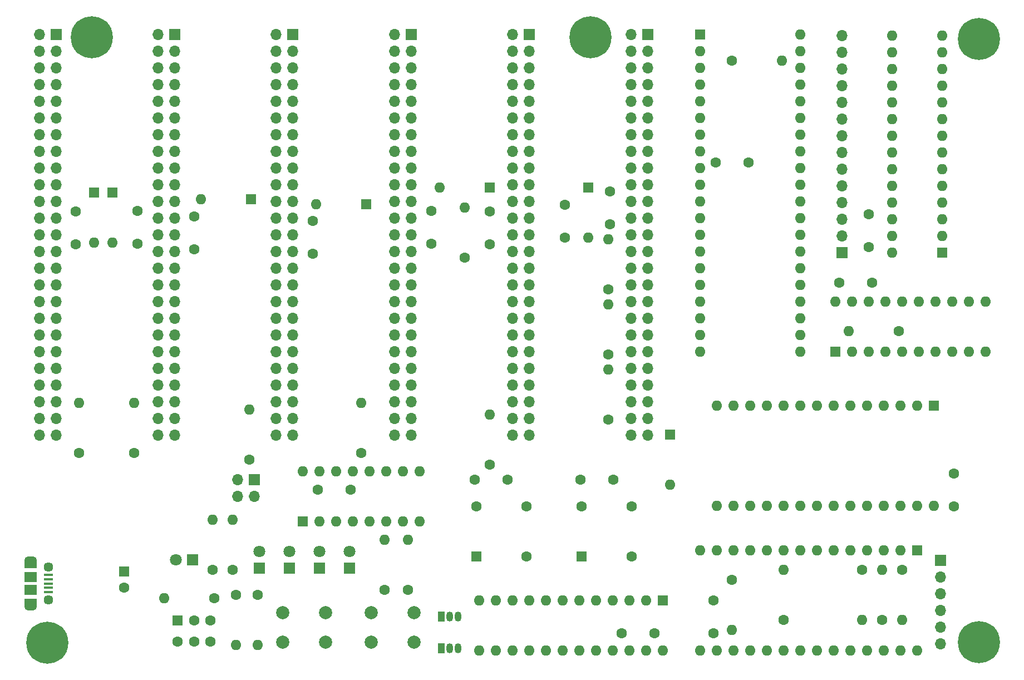
<source format=gbr>
G04 #@! TF.GenerationSoftware,KiCad,Pcbnew,(5.1.10-1-10_14)*
G04 #@! TF.CreationDate,2021-10-31T19:01:14+01:00*
G04 #@! TF.ProjectId,cpu_backplane,6370755f-6261-4636-9b70-6c616e652e6b,rev?*
G04 #@! TF.SameCoordinates,Original*
G04 #@! TF.FileFunction,Soldermask,Top*
G04 #@! TF.FilePolarity,Negative*
%FSLAX46Y46*%
G04 Gerber Fmt 4.6, Leading zero omitted, Abs format (unit mm)*
G04 Created by KiCad (PCBNEW (5.1.10-1-10_14)) date 2021-10-31 19:01:14*
%MOMM*%
%LPD*%
G01*
G04 APERTURE LIST*
%ADD10R,1.050000X1.500000*%
%ADD11O,1.050000X1.500000*%
%ADD12C,1.600000*%
%ADD13O,1.600000X1.600000*%
%ADD14R,1.600000X1.600000*%
%ADD15O,1.700000X1.700000*%
%ADD16R,1.700000X1.700000*%
%ADD17C,1.800000*%
%ADD18R,1.800000X1.800000*%
%ADD19C,6.400000*%
%ADD20R,1.900000X1.200000*%
%ADD21O,1.900000X1.200000*%
%ADD22R,1.900000X1.500000*%
%ADD23C,1.450000*%
%ADD24R,1.350000X0.400000*%
%ADD25C,2.000000*%
G04 APERTURE END LIST*
D10*
G04 #@! TO.C,IC2*
X64008000Y-96774000D03*
D11*
X66548000Y-96774000D03*
X65278000Y-96774000D03*
G04 #@! TD*
D10*
G04 #@! TO.C,IC1*
X64008000Y-91948000D03*
D11*
X66548000Y-91948000D03*
X65278000Y-91948000D03*
G04 #@! TD*
D12*
G04 #@! TO.C,C18*
X141986000Y-70184000D03*
X141986000Y-75184000D03*
G04 #@! TD*
D13*
G04 #@! TO.C,R27*
X115824000Y-7366000D03*
D12*
X108204000Y-7366000D03*
G04 #@! TD*
D13*
G04 #@! TO.C,U8*
X138938000Y-75120500D03*
X105918000Y-59880500D03*
X136398000Y-75120500D03*
X108458000Y-59880500D03*
X133858000Y-75120500D03*
X110998000Y-59880500D03*
X131318000Y-75120500D03*
X113538000Y-59880500D03*
X128778000Y-75120500D03*
X116078000Y-59880500D03*
X126238000Y-75120500D03*
X118618000Y-59880500D03*
X123698000Y-75120500D03*
X121158000Y-59880500D03*
X121158000Y-75120500D03*
X123698000Y-59880500D03*
X118618000Y-75120500D03*
X126238000Y-59880500D03*
X116078000Y-75120500D03*
X128778000Y-59880500D03*
X113538000Y-75120500D03*
X131318000Y-59880500D03*
X110998000Y-75120500D03*
X133858000Y-59880500D03*
X108458000Y-75120500D03*
X136398000Y-59880500D03*
X105918000Y-75120500D03*
D14*
X138938000Y-59880500D03*
G04 #@! TD*
D13*
G04 #@! TO.C,R26*
X128016000Y-92456000D03*
D12*
X128016000Y-84836000D03*
G04 #@! TD*
D13*
G04 #@! TO.C,R25*
X108204000Y-93980000D03*
D12*
X108204000Y-86360000D03*
G04 #@! TD*
D13*
G04 #@! TO.C,R24*
X116078000Y-84836000D03*
D12*
X116078000Y-92456000D03*
G04 #@! TD*
D13*
G04 #@! TO.C,R23*
X131064000Y-84836000D03*
D12*
X131064000Y-92456000D03*
G04 #@! TD*
D13*
G04 #@! TO.C,R22*
X8890000Y-59436000D03*
D12*
X8890000Y-67056000D03*
G04 #@! TD*
D13*
G04 #@! TO.C,R21*
X125984000Y-48514000D03*
D12*
X133604000Y-48514000D03*
G04 #@! TD*
D13*
G04 #@! TO.C,R18*
X29210000Y-77216000D03*
D12*
X29210000Y-84836000D03*
G04 #@! TD*
D13*
G04 #@! TO.C,R17*
X32258000Y-77216000D03*
D12*
X32258000Y-84836000D03*
G04 #@! TD*
D13*
G04 #@! TO.C,R15*
X134112000Y-92456000D03*
D12*
X134112000Y-84836000D03*
G04 #@! TD*
D13*
G04 #@! TO.C,R14*
X89408000Y-34544000D03*
D12*
X89408000Y-42164000D03*
G04 #@! TD*
D13*
G04 #@! TO.C,R13*
X58928000Y-80264000D03*
D12*
X58928000Y-87884000D03*
G04 #@! TD*
D13*
G04 #@! TO.C,R12*
X55372000Y-80264000D03*
D12*
X55372000Y-87884000D03*
G04 #@! TD*
D13*
G04 #@! TO.C,R11*
X36068000Y-96266000D03*
D12*
X36068000Y-88646000D03*
G04 #@! TD*
D13*
G04 #@! TO.C,R10*
X32766000Y-96266000D03*
D12*
X32766000Y-88646000D03*
G04 #@! TD*
D13*
G04 #@! TO.C,R9*
X21844000Y-89154000D03*
D12*
X29464000Y-89154000D03*
G04 #@! TD*
D13*
G04 #@! TO.C,R8*
X89408000Y-54356000D03*
D12*
X89408000Y-61976000D03*
G04 #@! TD*
D13*
G04 #@! TO.C,R6*
X71374000Y-61214000D03*
D12*
X71374000Y-68834000D03*
G04 #@! TD*
D13*
G04 #@! TO.C,R5*
X51816000Y-59436000D03*
D12*
X51816000Y-67056000D03*
G04 #@! TD*
D13*
G04 #@! TO.C,R4*
X34798000Y-60452000D03*
D12*
X34798000Y-68072000D03*
G04 #@! TD*
D13*
G04 #@! TO.C,R3*
X17272000Y-59436000D03*
D12*
X17272000Y-67056000D03*
G04 #@! TD*
D13*
G04 #@! TO.C,R2*
X67564000Y-29718000D03*
D12*
X67564000Y-37338000D03*
G04 #@! TD*
D13*
G04 #@! TO.C,R1*
X89408000Y-44450000D03*
D12*
X89408000Y-52070000D03*
G04 #@! TD*
D15*
G04 #@! TO.C,J4*
X124968000Y-3556000D03*
X124968000Y-6096000D03*
X124968000Y-8636000D03*
X124968000Y-11176000D03*
X124968000Y-13716000D03*
X124968000Y-16256000D03*
X124968000Y-18796000D03*
X124968000Y-21336000D03*
X124968000Y-23876000D03*
X124968000Y-26416000D03*
X124968000Y-28956000D03*
X124968000Y-31496000D03*
X124968000Y-34036000D03*
D16*
X124968000Y-36576000D03*
G04 #@! TD*
D12*
G04 #@! TO.C,C5*
X82804000Y-29290000D03*
X82804000Y-34290000D03*
G04 #@! TD*
D13*
G04 #@! TO.C,U7*
X132588000Y-36576000D03*
X140208000Y-3556000D03*
X132588000Y-34036000D03*
X140208000Y-6096000D03*
X132588000Y-31496000D03*
X140208000Y-8636000D03*
X132588000Y-28956000D03*
X140208000Y-11176000D03*
X132588000Y-26416000D03*
X140208000Y-13716000D03*
X132588000Y-23876000D03*
X140208000Y-16256000D03*
X132588000Y-21336000D03*
X140208000Y-18796000D03*
X132588000Y-18796000D03*
X140208000Y-21336000D03*
X132588000Y-16256000D03*
X140208000Y-23876000D03*
X132588000Y-13716000D03*
X140208000Y-26416000D03*
X132588000Y-11176000D03*
X140208000Y-28956000D03*
X132588000Y-8636000D03*
X140208000Y-31496000D03*
X132588000Y-6096000D03*
X140208000Y-34036000D03*
X132588000Y-3556000D03*
D14*
X140208000Y-36576000D03*
G04 #@! TD*
D17*
G04 #@! TO.C,LED4*
X50038000Y-82042000D03*
D18*
X50038000Y-84582000D03*
G04 #@! TD*
D17*
G04 #@! TO.C,LED3*
X45466000Y-82042000D03*
D18*
X45466000Y-84582000D03*
G04 #@! TD*
D17*
G04 #@! TO.C,LED2*
X40894000Y-82042000D03*
D18*
X40894000Y-84582000D03*
G04 #@! TD*
D17*
G04 #@! TO.C,LED1*
X36322000Y-82042000D03*
D18*
X36322000Y-84582000D03*
G04 #@! TD*
D17*
G04 #@! TO.C,D1*
X23622000Y-83312000D03*
D18*
X26162000Y-83312000D03*
G04 #@! TD*
D12*
G04 #@! TO.C,C17*
X85170000Y-71120000D03*
X90170000Y-71120000D03*
G04 #@! TD*
G04 #@! TO.C,X3*
X92964000Y-82804000D03*
X92964000Y-75184000D03*
X85344000Y-75184000D03*
D14*
X85344000Y-82804000D03*
G04 #@! TD*
D13*
G04 #@! TO.C,U5*
X123952000Y-44069000D03*
X146812000Y-51689000D03*
X126492000Y-44069000D03*
X144272000Y-51689000D03*
X129032000Y-44069000D03*
X141732000Y-51689000D03*
X131572000Y-44069000D03*
X139192000Y-51689000D03*
X134112000Y-44069000D03*
X136652000Y-51689000D03*
X136652000Y-44069000D03*
X134112000Y-51689000D03*
X139192000Y-44069000D03*
X131572000Y-51689000D03*
X141732000Y-44069000D03*
X129032000Y-51689000D03*
X144272000Y-44069000D03*
X126492000Y-51689000D03*
X146812000Y-44069000D03*
D14*
X123952000Y-51689000D03*
G04 #@! TD*
D13*
G04 #@! TO.C,U1*
X42926000Y-69850000D03*
X60706000Y-77470000D03*
X45466000Y-69850000D03*
X58166000Y-77470000D03*
X48006000Y-69850000D03*
X55626000Y-77470000D03*
X50546000Y-69850000D03*
X53086000Y-77470000D03*
X53086000Y-69850000D03*
X50546000Y-77470000D03*
X55626000Y-69850000D03*
X48006000Y-77470000D03*
X58166000Y-69850000D03*
X45466000Y-77470000D03*
X60706000Y-69850000D03*
D14*
X42926000Y-77470000D03*
G04 #@! TD*
D13*
G04 #@! TO.C,D8*
X98806000Y-71882000D03*
D14*
X98806000Y-64262000D03*
G04 #@! TD*
D13*
G04 #@! TO.C,D7*
X27432000Y-28448000D03*
D14*
X35052000Y-28448000D03*
G04 #@! TD*
D13*
G04 #@! TO.C,D6*
X44958000Y-29210000D03*
D14*
X52578000Y-29210000D03*
G04 #@! TD*
D13*
G04 #@! TO.C,D5*
X11176000Y-35052000D03*
D14*
X11176000Y-27432000D03*
G04 #@! TD*
D13*
G04 #@! TO.C,D4*
X63754000Y-26670000D03*
D14*
X71374000Y-26670000D03*
G04 #@! TD*
D13*
G04 #@! TO.C,D3*
X86360000Y-34290000D03*
D14*
X86360000Y-26670000D03*
G04 #@! TD*
D13*
G04 #@! TO.C,D2*
X13970000Y-35052000D03*
D14*
X13970000Y-27432000D03*
G04 #@! TD*
D12*
G04 #@! TO.C,C16*
X96440000Y-94488000D03*
X91440000Y-94488000D03*
G04 #@! TD*
G04 #@! TO.C,C15*
X124540000Y-41148000D03*
X129540000Y-41148000D03*
G04 #@! TD*
G04 #@! TO.C,C14*
X105410000Y-89488000D03*
X105410000Y-94488000D03*
G04 #@! TD*
G04 #@! TO.C,C12*
X105744000Y-22860000D03*
X110744000Y-22860000D03*
G04 #@! TD*
G04 #@! TO.C,C11*
X71374000Y-30306000D03*
X71374000Y-35306000D03*
G04 #@! TD*
G04 #@! TO.C,C10*
X26416000Y-31068000D03*
X26416000Y-36068000D03*
G04 #@! TD*
G04 #@! TO.C,C9*
X129032000Y-35734000D03*
X129032000Y-30734000D03*
G04 #@! TD*
G04 #@! TO.C,C8*
X17780000Y-35226000D03*
X17780000Y-30226000D03*
G04 #@! TD*
G04 #@! TO.C,C7*
X8382000Y-30306000D03*
X8382000Y-35306000D03*
G04 #@! TD*
G04 #@! TO.C,C6*
X44450000Y-36750000D03*
X44450000Y-31750000D03*
G04 #@! TD*
G04 #@! TO.C,C4*
X74088000Y-71120000D03*
X69088000Y-71120000D03*
G04 #@! TD*
G04 #@! TO.C,C3*
X62484000Y-35226000D03*
X62484000Y-30226000D03*
G04 #@! TD*
G04 #@! TO.C,C2*
X50212000Y-72644000D03*
X45212000Y-72644000D03*
G04 #@! TD*
G04 #@! TO.C,C1*
X89662000Y-27258000D03*
X89662000Y-32258000D03*
G04 #@! TD*
D15*
G04 #@! TO.C,SLOT0*
X92837000Y-64389000D03*
X95377000Y-64389000D03*
X92837000Y-61849000D03*
X95377000Y-61849000D03*
X92837000Y-59309000D03*
X95377000Y-59309000D03*
X92837000Y-56769000D03*
X95377000Y-56769000D03*
X92837000Y-54229000D03*
X95377000Y-54229000D03*
X92837000Y-51689000D03*
X95377000Y-51689000D03*
X92837000Y-49149000D03*
X95377000Y-49149000D03*
X92837000Y-46609000D03*
X95377000Y-46609000D03*
X92837000Y-44069000D03*
X95377000Y-44069000D03*
X92837000Y-41529000D03*
X95377000Y-41529000D03*
X92837000Y-38989000D03*
X95377000Y-38989000D03*
X92837000Y-36449000D03*
X95377000Y-36449000D03*
X92837000Y-33909000D03*
X95377000Y-33909000D03*
X92837000Y-31369000D03*
X95377000Y-31369000D03*
X92837000Y-28829000D03*
X95377000Y-28829000D03*
X92837000Y-26289000D03*
X95377000Y-26289000D03*
X92837000Y-23749000D03*
X95377000Y-23749000D03*
X92837000Y-21209000D03*
X95377000Y-21209000D03*
X92837000Y-18669000D03*
X95377000Y-18669000D03*
X92837000Y-16129000D03*
X95377000Y-16129000D03*
X92837000Y-13589000D03*
X95377000Y-13589000D03*
X92837000Y-11049000D03*
X95377000Y-11049000D03*
X92837000Y-8509000D03*
X95377000Y-8509000D03*
X92837000Y-5969000D03*
X95377000Y-5969000D03*
X92837000Y-3429000D03*
D16*
X95377000Y-3429000D03*
G04 #@! TD*
D15*
G04 #@! TO.C,J3*
X139954000Y-96075500D03*
X139954000Y-93535500D03*
X139954000Y-90995500D03*
X139954000Y-88455500D03*
X139954000Y-85915500D03*
D16*
X139954000Y-83375500D03*
G04 #@! TD*
D19*
G04 #@! TO.C,H6*
X145732500Y-4064000D03*
G04 #@! TD*
G04 #@! TO.C,H5*
X145732500Y-95885000D03*
G04 #@! TD*
D13*
G04 #@! TO.C,U9*
X136398000Y-97155000D03*
X103378000Y-81915000D03*
X133858000Y-97155000D03*
X105918000Y-81915000D03*
X131318000Y-97155000D03*
X108458000Y-81915000D03*
X128778000Y-97155000D03*
X110998000Y-81915000D03*
X126238000Y-97155000D03*
X113538000Y-81915000D03*
X123698000Y-97155000D03*
X116078000Y-81915000D03*
X121158000Y-97155000D03*
X118618000Y-81915000D03*
X118618000Y-97155000D03*
X121158000Y-81915000D03*
X116078000Y-97155000D03*
X123698000Y-81915000D03*
X113538000Y-97155000D03*
X126238000Y-81915000D03*
X110998000Y-97155000D03*
X128778000Y-81915000D03*
X108458000Y-97155000D03*
X131318000Y-81915000D03*
X105918000Y-97155000D03*
X133858000Y-81915000D03*
X103378000Y-97155000D03*
D14*
X136398000Y-81915000D03*
G04 #@! TD*
D13*
G04 #@! TO.C,U6*
X118618000Y-3365500D03*
X103378000Y-51625500D03*
X118618000Y-5905500D03*
X103378000Y-49085500D03*
X118618000Y-8445500D03*
X103378000Y-46545500D03*
X118618000Y-10985500D03*
X103378000Y-44005500D03*
X118618000Y-13525500D03*
X103378000Y-41465500D03*
X118618000Y-16065500D03*
X103378000Y-38925500D03*
X118618000Y-18605500D03*
X103378000Y-36385500D03*
X118618000Y-21145500D03*
X103378000Y-33845500D03*
X118618000Y-23685500D03*
X103378000Y-31305500D03*
X118618000Y-26225500D03*
X103378000Y-28765500D03*
X118618000Y-28765500D03*
X103378000Y-26225500D03*
X118618000Y-31305500D03*
X103378000Y-23685500D03*
X118618000Y-33845500D03*
X103378000Y-21145500D03*
X118618000Y-36385500D03*
X103378000Y-18605500D03*
X118618000Y-38925500D03*
X103378000Y-16065500D03*
X118618000Y-41465500D03*
X103378000Y-13525500D03*
X118618000Y-44005500D03*
X103378000Y-10985500D03*
X118618000Y-46545500D03*
X103378000Y-8445500D03*
X118618000Y-49085500D03*
X103378000Y-5905500D03*
X118618000Y-51625500D03*
D14*
X103378000Y-3365500D03*
G04 #@! TD*
D19*
G04 #@! TO.C,H3*
X10795000Y-3810000D03*
G04 #@! TD*
G04 #@! TO.C,H2*
X4064000Y-95948500D03*
G04 #@! TD*
G04 #@! TO.C,H1*
X86677500Y-3810000D03*
G04 #@! TD*
D15*
G04 #@! TO.C,J2*
X33020000Y-73660000D03*
X33020000Y-71120000D03*
X35560000Y-73660000D03*
D16*
X35560000Y-71120000D03*
G04 #@! TD*
D12*
G04 #@! TO.C,X1*
X76962000Y-82804000D03*
X76962000Y-75184000D03*
X69342000Y-75184000D03*
D14*
X69342000Y-82804000D03*
G04 #@! TD*
D20*
G04 #@! TO.C,J1*
X1493000Y-84031500D03*
X1493000Y-89831500D03*
D21*
X1493000Y-90431500D03*
X1493000Y-83431500D03*
D22*
X1493000Y-85931500D03*
D23*
X4193000Y-89431500D03*
D24*
X4193000Y-86931500D03*
X4193000Y-87581500D03*
X4193000Y-88231500D03*
X4193000Y-85631500D03*
X4193000Y-86281500D03*
D23*
X4193000Y-84431500D03*
D22*
X1493000Y-87931500D03*
G04 #@! TD*
D13*
G04 #@! TO.C,U4*
X97663000Y-97155000D03*
X69723000Y-89535000D03*
X95123000Y-97155000D03*
X72263000Y-89535000D03*
X92583000Y-97155000D03*
X74803000Y-89535000D03*
X90043000Y-97155000D03*
X77343000Y-89535000D03*
X87503000Y-97155000D03*
X79883000Y-89535000D03*
X84963000Y-97155000D03*
X82423000Y-89535000D03*
X82423000Y-97155000D03*
X84963000Y-89535000D03*
X79883000Y-97155000D03*
X87503000Y-89535000D03*
X77343000Y-97155000D03*
X90043000Y-89535000D03*
X74803000Y-97155000D03*
X92583000Y-89535000D03*
X72263000Y-97155000D03*
X95123000Y-89535000D03*
X69723000Y-97155000D03*
D14*
X97663000Y-89535000D03*
G04 #@! TD*
D25*
G04 #@! TO.C,RESET1*
X53317000Y-95885000D03*
X53317000Y-91385000D03*
X59817000Y-95885000D03*
X59817000Y-91385000D03*
G04 #@! TD*
G04 #@! TO.C,NMI1*
X39855000Y-95885000D03*
X39855000Y-91385000D03*
X46355000Y-95885000D03*
X46355000Y-91385000D03*
G04 #@! TD*
D12*
G04 #@! TO.C,C13*
X15684500Y-87590000D03*
D14*
X15684500Y-85090000D03*
G04 #@! TD*
D12*
G04 #@! TO.C,SW1*
X28876000Y-95783000D03*
X26376000Y-95783000D03*
X23876000Y-95783000D03*
X28876000Y-92583000D03*
X26376000Y-92583000D03*
D14*
X23876000Y-92583000D03*
G04 #@! TD*
D15*
G04 #@! TO.C,SLOT5*
X2837000Y-64389000D03*
X5377000Y-64389000D03*
X2837000Y-61849000D03*
X5377000Y-61849000D03*
X2837000Y-59309000D03*
X5377000Y-59309000D03*
X2837000Y-56769000D03*
X5377000Y-56769000D03*
X2837000Y-54229000D03*
X5377000Y-54229000D03*
X2837000Y-51689000D03*
X5377000Y-51689000D03*
X2837000Y-49149000D03*
X5377000Y-49149000D03*
X2837000Y-46609000D03*
X5377000Y-46609000D03*
X2837000Y-44069000D03*
X5377000Y-44069000D03*
X2837000Y-41529000D03*
X5377000Y-41529000D03*
X2837000Y-38989000D03*
X5377000Y-38989000D03*
X2837000Y-36449000D03*
X5377000Y-36449000D03*
X2837000Y-33909000D03*
X5377000Y-33909000D03*
X2837000Y-31369000D03*
X5377000Y-31369000D03*
X2837000Y-28829000D03*
X5377000Y-28829000D03*
X2837000Y-26289000D03*
X5377000Y-26289000D03*
X2837000Y-23749000D03*
X5377000Y-23749000D03*
X2837000Y-21209000D03*
X5377000Y-21209000D03*
X2837000Y-18669000D03*
X5377000Y-18669000D03*
X2837000Y-16129000D03*
X5377000Y-16129000D03*
X2837000Y-13589000D03*
X5377000Y-13589000D03*
X2837000Y-11049000D03*
X5377000Y-11049000D03*
X2837000Y-8509000D03*
X5377000Y-8509000D03*
X2837000Y-5969000D03*
X5377000Y-5969000D03*
X2837000Y-3429000D03*
D16*
X5377000Y-3429000D03*
G04 #@! TD*
D15*
G04 #@! TO.C,SLOT4*
X20837000Y-64389000D03*
X23377000Y-64389000D03*
X20837000Y-61849000D03*
X23377000Y-61849000D03*
X20837000Y-59309000D03*
X23377000Y-59309000D03*
X20837000Y-56769000D03*
X23377000Y-56769000D03*
X20837000Y-54229000D03*
X23377000Y-54229000D03*
X20837000Y-51689000D03*
X23377000Y-51689000D03*
X20837000Y-49149000D03*
X23377000Y-49149000D03*
X20837000Y-46609000D03*
X23377000Y-46609000D03*
X20837000Y-44069000D03*
X23377000Y-44069000D03*
X20837000Y-41529000D03*
X23377000Y-41529000D03*
X20837000Y-38989000D03*
X23377000Y-38989000D03*
X20837000Y-36449000D03*
X23377000Y-36449000D03*
X20837000Y-33909000D03*
X23377000Y-33909000D03*
X20837000Y-31369000D03*
X23377000Y-31369000D03*
X20837000Y-28829000D03*
X23377000Y-28829000D03*
X20837000Y-26289000D03*
X23377000Y-26289000D03*
X20837000Y-23749000D03*
X23377000Y-23749000D03*
X20837000Y-21209000D03*
X23377000Y-21209000D03*
X20837000Y-18669000D03*
X23377000Y-18669000D03*
X20837000Y-16129000D03*
X23377000Y-16129000D03*
X20837000Y-13589000D03*
X23377000Y-13589000D03*
X20837000Y-11049000D03*
X23377000Y-11049000D03*
X20837000Y-8509000D03*
X23377000Y-8509000D03*
X20837000Y-5969000D03*
X23377000Y-5969000D03*
X20837000Y-3429000D03*
D16*
X23377000Y-3429000D03*
G04 #@! TD*
D15*
G04 #@! TO.C,SLOT3*
X38837000Y-64389000D03*
X41377000Y-64389000D03*
X38837000Y-61849000D03*
X41377000Y-61849000D03*
X38837000Y-59309000D03*
X41377000Y-59309000D03*
X38837000Y-56769000D03*
X41377000Y-56769000D03*
X38837000Y-54229000D03*
X41377000Y-54229000D03*
X38837000Y-51689000D03*
X41377000Y-51689000D03*
X38837000Y-49149000D03*
X41377000Y-49149000D03*
X38837000Y-46609000D03*
X41377000Y-46609000D03*
X38837000Y-44069000D03*
X41377000Y-44069000D03*
X38837000Y-41529000D03*
X41377000Y-41529000D03*
X38837000Y-38989000D03*
X41377000Y-38989000D03*
X38837000Y-36449000D03*
X41377000Y-36449000D03*
X38837000Y-33909000D03*
X41377000Y-33909000D03*
X38837000Y-31369000D03*
X41377000Y-31369000D03*
X38837000Y-28829000D03*
X41377000Y-28829000D03*
X38837000Y-26289000D03*
X41377000Y-26289000D03*
X38837000Y-23749000D03*
X41377000Y-23749000D03*
X38837000Y-21209000D03*
X41377000Y-21209000D03*
X38837000Y-18669000D03*
X41377000Y-18669000D03*
X38837000Y-16129000D03*
X41377000Y-16129000D03*
X38837000Y-13589000D03*
X41377000Y-13589000D03*
X38837000Y-11049000D03*
X41377000Y-11049000D03*
X38837000Y-8509000D03*
X41377000Y-8509000D03*
X38837000Y-5969000D03*
X41377000Y-5969000D03*
X38837000Y-3429000D03*
D16*
X41377000Y-3429000D03*
G04 #@! TD*
D15*
G04 #@! TO.C,SLOT2*
X56837000Y-64389000D03*
X59377000Y-64389000D03*
X56837000Y-61849000D03*
X59377000Y-61849000D03*
X56837000Y-59309000D03*
X59377000Y-59309000D03*
X56837000Y-56769000D03*
X59377000Y-56769000D03*
X56837000Y-54229000D03*
X59377000Y-54229000D03*
X56837000Y-51689000D03*
X59377000Y-51689000D03*
X56837000Y-49149000D03*
X59377000Y-49149000D03*
X56837000Y-46609000D03*
X59377000Y-46609000D03*
X56837000Y-44069000D03*
X59377000Y-44069000D03*
X56837000Y-41529000D03*
X59377000Y-41529000D03*
X56837000Y-38989000D03*
X59377000Y-38989000D03*
X56837000Y-36449000D03*
X59377000Y-36449000D03*
X56837000Y-33909000D03*
X59377000Y-33909000D03*
X56837000Y-31369000D03*
X59377000Y-31369000D03*
X56837000Y-28829000D03*
X59377000Y-28829000D03*
X56837000Y-26289000D03*
X59377000Y-26289000D03*
X56837000Y-23749000D03*
X59377000Y-23749000D03*
X56837000Y-21209000D03*
X59377000Y-21209000D03*
X56837000Y-18669000D03*
X59377000Y-18669000D03*
X56837000Y-16129000D03*
X59377000Y-16129000D03*
X56837000Y-13589000D03*
X59377000Y-13589000D03*
X56837000Y-11049000D03*
X59377000Y-11049000D03*
X56837000Y-8509000D03*
X59377000Y-8509000D03*
X56837000Y-5969000D03*
X59377000Y-5969000D03*
X56837000Y-3429000D03*
D16*
X59377000Y-3429000D03*
G04 #@! TD*
D15*
G04 #@! TO.C,SLOT1*
X74837000Y-64389000D03*
X77377000Y-64389000D03*
X74837000Y-61849000D03*
X77377000Y-61849000D03*
X74837000Y-59309000D03*
X77377000Y-59309000D03*
X74837000Y-56769000D03*
X77377000Y-56769000D03*
X74837000Y-54229000D03*
X77377000Y-54229000D03*
X74837000Y-51689000D03*
X77377000Y-51689000D03*
X74837000Y-49149000D03*
X77377000Y-49149000D03*
X74837000Y-46609000D03*
X77377000Y-46609000D03*
X74837000Y-44069000D03*
X77377000Y-44069000D03*
X74837000Y-41529000D03*
X77377000Y-41529000D03*
X74837000Y-38989000D03*
X77377000Y-38989000D03*
X74837000Y-36449000D03*
X77377000Y-36449000D03*
X74837000Y-33909000D03*
X77377000Y-33909000D03*
X74837000Y-31369000D03*
X77377000Y-31369000D03*
X74837000Y-28829000D03*
X77377000Y-28829000D03*
X74837000Y-26289000D03*
X77377000Y-26289000D03*
X74837000Y-23749000D03*
X77377000Y-23749000D03*
X74837000Y-21209000D03*
X77377000Y-21209000D03*
X74837000Y-18669000D03*
X77377000Y-18669000D03*
X74837000Y-16129000D03*
X77377000Y-16129000D03*
X74837000Y-13589000D03*
X77377000Y-13589000D03*
X74837000Y-11049000D03*
X77377000Y-11049000D03*
X74837000Y-8509000D03*
X77377000Y-8509000D03*
X74837000Y-5969000D03*
X77377000Y-5969000D03*
X74837000Y-3429000D03*
D16*
X77377000Y-3429000D03*
G04 #@! TD*
M02*

</source>
